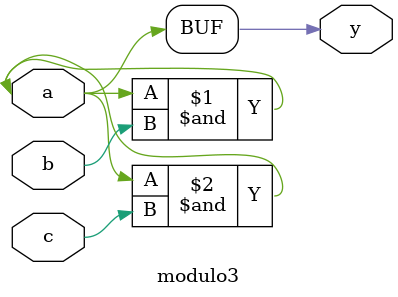
<source format=v>
`timescale 1ns / 1ps
module modulo3(
	input wire a, b, c,
	output wire y
    );

assign y = a;
assign y = y & b;
assign y = y & c;

endmodule

</source>
